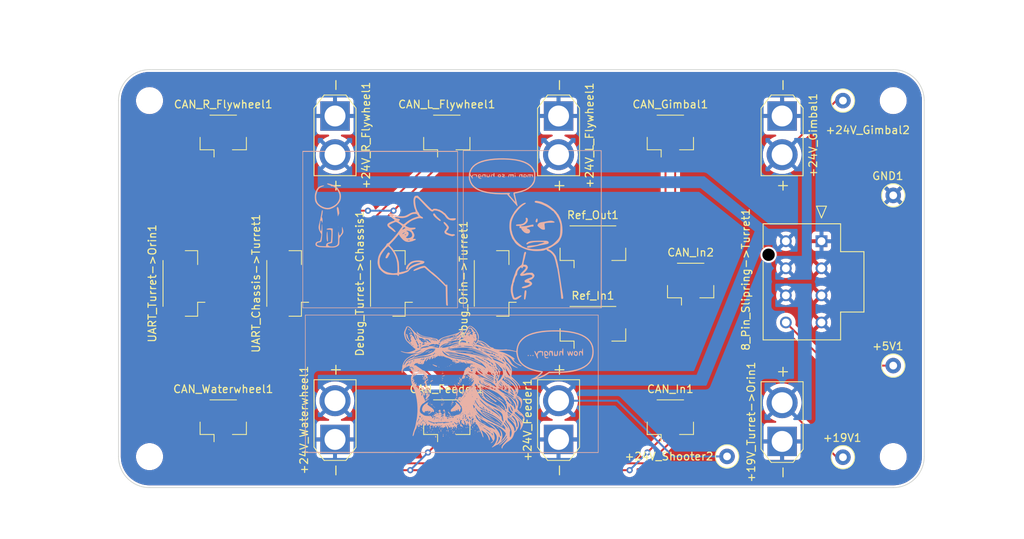
<source format=kicad_pcb>
(kicad_pcb (version 20221018) (generator pcbnew)
  (layers (0 "F.Cu" signal) (31 "B.Cu" signal) (34 "B.Paste" user) (35 "F.Paste" user) (36 "B.SilkS" user "B.Silkscreen") (37 "F.SilkS" user "F.Silkscreen") (38 "B.Mask" user) (39 "F.Mask" user) (44 "Edge.Cuts" user))
  (net 0 "")
  (net 1 "/CANH")
  (net 2 "/CANL")
  (net 3 "GND")
  (net 4 "/UART_TX")
  (net 5 "/UART_RX")
  (net 6 "/SWDIO")
  (net 7 "/SWCLK")
  (net 8 "/+24V_Shooter")
  (net 9 "/+24V_Gimbal")
  (net 10 "/+19V")
  (net 11 "/+5V")
  (net 12 "/Ref_PWR")
  (net 13 "/CANLPitch")
  (net 14 "/CANHPitch")
  (net 15 "/CANLRef")
  (net 16 "/CANHRef")
  (net 17 "/3.3V_Debug")
  (net 18 "/3.3V_UART")
  (footprint "Connector_JST:JST_GH_BM04B-GHS-TBT_1x04-1MP_P1.25mm_Vertical" (layer "F.Cu") (at 75.588888 61.722 90)
    (fp_text reference "Debug_Turret->Chassis1" (at 0 -4 90) (layer "F.SilkS"))
    (fp_text value "Conn_01x04_Pin")
    (pad "1" smd roundrect (at -1.875 1.95 90) (size 0.6 1.7) (layers "F.Cu" "F.Paste" "F.Mask") (net 3 "GND"))
    (pad "2" smd roundrect (at -0.625 1.95 90) (size 0.6 1.7) (layers "F.Cu" "F.Paste" "F.Mask") (net 6 "/SWDIO"))
    (pad "3" smd roundrect (at 0.625 1.95 90) (size 0.6 1.7) (layers "F.Cu" "F.Paste" "F.Mask") (net 7 "/SWCLK"))
    (pad "4" smd roundrect (at 1.875 1.95 90) (size 0.6 1.7) (layers "F.Cu" "F.Paste" "F.Mask") (net 17 "/3.3V_Debug"))
    (pad "MP" smd roundrect (at -3.725 -1.4 90) (size 1 2.8) (layers "F.Cu" "F.Paste" "F.Mask"))
    (pad "MP" smd roundrect (at 3.725 -1.4 90) (size 1 2.8) (layers "F.Cu" "F.Paste" "F.Mask"))
  )
  (footprint "Robomaster_ICs:AMASS_XT30U-F_1x02_P5.0mm_Vertical_copy" (layer "F.Cu") (at 68.3936 40.09 -90)
    (fp_text reference "+24V_R_Flywheel1" (at 2.5 -4 -90) (layer "F.SilkS"))
    (fp_text value "Conn_01x02_Pin")
    (fp_text user "-" (at -4 0 -90) (layer "F.SilkS") (effects (font (size 1.5 1.5))))
    (fp_text user "+" (at 9 0 -90) (layer "F.SilkS") (effects (font (size 1.5 1.5))))
    (pad "1" thru_hole rect (at 0 0 270) (size 3.8 3.8) (drill 2.7) (layers "*.Cu" "*.Mask") (net 3 "GND"))
    (pad "2" thru_hole circle (at 5 0 270) (size 4 4) (drill 2.7) (layers "*.Cu" "*.Mask") (net 8 "/+24V_Shooter"))
  )
  (footprint "Connector_JST:JST_GH_BM04B-GHS-TBT_1x04-1MP_P1.25mm_Vertical" (layer "F.Cu") (at 101.685 56.896)
    (fp_text reference "Ref_Out1" (at 0 -4) (layer "F.SilkS"))
    (fp_text value "Conn_01x04_Pin")
    (pad "1" smd roundrect (at -1.875 1.95) (size 0.6 1.7) (layers "F.Cu" "F.Paste" "F.Mask") (net 3 "GND"))
    (pad "2" smd roundrect (at -0.625 1.95) (size 0.6 1.7) (layers "F.Cu" "F.Paste" "F.Mask") (net 15 "/CANLRef"))
    (pad "3" smd roundrect (at 0.625 1.95) (size 0.6 1.7) (layers "F.Cu" "F.Paste" "F.Mask") (net 16 "/CANHRef"))
    (pad "4" smd roundrect (at 1.875 1.95) (size 0.6 1.7) (layers "F.Cu" "F.Paste" "F.Mask") (net 12 "/Ref_PWR"))
    (pad "MP" smd roundrect (at -3.725 -1.4) (size 1 2.8) (layers "F.Cu" "F.Paste" "F.Mask"))
    (pad "MP" smd roundrect (at 3.725 -1.4) (size 1 2.8) (layers "F.Cu" "F.Paste" "F.Mask"))
  )
  (footprint "Connector_JST:JST_GH_BM04B-GHS-TBT_1x04-1MP_P1.25mm_Vertical" (layer "F.Cu") (at 88.982 61.722 90)
    (fp_text reference "Debug_Orin->Turret1" (at 0 -4 90) (layer "F.SilkS"))
    (fp_text value "Conn_01x04_Pin")
    (pad "1" smd roundrect (at -1.875 1.95 90) (size 0.6 1.7) (layers "F.Cu" "F.Paste" "F.Mask") (net 3 "GND"))
    (pad "2" smd roundrect (at -0.625 1.95 90) (size 0.6 1.7) (layers "F.Cu" "F.Paste" "F.Mask") (net 6 "/SWDIO"))
    (pad "3" smd roundrect (at 0.625 1.95 90) (size 0.6 1.7) (layers "F.Cu" "F.Paste" "F.Mask") (net 7 "/SWCLK"))
    (pad "4" smd roundrect (at 1.875 1.95 90) (size 0.6 1.7) (layers "F.Cu" "F.Paste" "F.Mask") (net 17 "/3.3V_Debug"))
    (pad "MP" smd roundrect (at -3.725 -1.4 90) (size 1 2.8) (layers "F.Cu" "F.Paste" "F.Mask"))
    (pad "MP" smd roundrect (at 3.725 -1.4 90) (size 1 2.8) (layers "F.Cu" "F.Paste" "F.Mask"))
  )
  (footprint "MountingHole:MountingHole_3mm" (layer "F.Cu") (at 44.45 38.1 90)
    (fp_text reference "H1" hide)
    (fp_text value "MountingHole" hide)
    (pad "" np_thru_hole circle (at 0 0 90) (size 3 3) (drill 3) (layers "*.Cu" "*.Mask"))
  )
  (footprint "Connector_JST:JST_GH_BM02B-GHS-TBT_1x02-1MP_P1.25mm_Vertical" (layer "F.Cu") (at 53.965 42.59)
    (fp_text reference "CAN_R_Flywheel1" (at 0 -4) (layer "F.SilkS"))
    (fp_text value "Conn_01x02_Pin")
    (pad "1" smd roundrect (at -0.625 1.95) (size 0.6 1.7) (layers "F.Cu" "F.Paste" "F.Mask") (net 2 "/CANL"))
    (pad "2" smd roundrect (at 0.625 1.95) (size 0.6 1.7) (layers "F.Cu" "F.Paste" "F.Mask") (net 1 "/CANH"))
    (pad "MP" smd roundrect (at -2.475 -1.4) (size 1 2.8) (layers "F.Cu" "F.Paste" "F.Mask"))
    (pad "MP" smd roundrect (at 2.475 -1.4) (size 1 2.8) (layers "F.Cu" "F.Paste" "F.Mask"))
  )
  (footprint "Connector_JST:JST_GH_BM02B-GHS-TBT_1x02-1MP_P1.25mm_Vertical" (layer "F.Cu") (at 53.965 79.377)
    (fp_text reference "CAN_Waterwheel1" (at 0 -4) (layer "F.SilkS"))
    (fp_text value "Conn_01x02_Pin")
    (pad "1" smd roundrect (at -0.625 1.95) (size 0.6 1.7) (layers "F.Cu" "F.Paste" "F.Mask") (net 2 "/CANL"))
    (pad "2" smd roundrect (at 0.625 1.95) (size 0.6 1.7) (layers "F.Cu" "F.Paste" "F.Mask") (net 1 "/CANH"))
    (pad "MP" smd roundrect (at -2.475 -1.4) (size 1 2.8) (layers "F.Cu" "F.Paste" "F.Mask"))
    (pad "MP" smd roundrect (at 2.475 -1.4) (size 1 2.8) (layers "F.Cu" "F.Paste" "F.Mask"))
  )
  (footprint "Robomaster_ICs:AMASS_XT30U-F_1x02_P5.0mm_Vertical_copy" (layer "F.Cu") (at 126.108 40.09 -90)
    (fp_text reference "+24V_Gimbal1" (at 2.5 -4 -90) (layer "F.SilkS"))
    (fp_text value "Conn_01x02_Pin")
    (fp_text user "-" (at -4 0 -90) (layer "F.SilkS") (effects (font (size 1.5 1.5))))
    (fp_text user "+" (at 9 0 -90) (layer "F.SilkS") (effects (font (size 1.5 1.5))))
    (pad "1" thru_hole rect (at 0 0 270) (size 3.8 3.8) (drill 2.7) (layers "*.Cu" "*.Mask") (net 3 "GND"))
    (pad "2" thru_hole circle (at 5 0 270) (size 4 4) (drill 2.7) (layers "*.Cu" "*.Mask") (net 9 "/+24V_Gimbal"))
  )
  (footprint "TestPoint:TestPoint_Loop_D1.80mm_Drill1.0mm_Beaded" (layer "F.Cu") (at 133.9596 38.1 180)
    (fp_text reference "+24V_Gimbal2" (at -3.2004 -3.81) (layer "F.SilkS"))
    (fp_text value "TestPoint")
    (pad "1" thru_hole circle (at 0 0 180) (size 2 2) (drill 1) (layers "*.Cu" "*.Mask") (net 9 "/+24V_Gimbal"))
  )
  (footprint "Robomaster_ICs:AMASS_XT30U-F_1x02_P5.0mm_Vertical_copy" (layer "F.Cu") (at 97.2508 40.09 -90)
    (fp_text reference "+24V_L_Flywheel1" (at 2.5 -4 -90) (layer "F.SilkS"))
    (fp_text value "Conn_01x02_Pin")
    (fp_text user "-" (at -4 0 -90) (layer "F.SilkS") (effects (font (size 1.5 1.5))))
    (fp_text user "+" (at 9 0 -90) (layer "F.SilkS") (effects (font (size 1.5 1.5))))
    (pad "1" thru_hole rect (at 0 0 270) (size 3.8 3.8) (drill 2.7) (layers "*.Cu" "*.Mask") (net 3 "GND"))
    (pad "2" thru_hole circle (at 5 0 270) (size 4 4) (drill 2.7) (layers "*.Cu" "*.Mask") (net 8 "/+24V_Shooter"))
  )
  (footprint "Connector_JST:JST_GH_BM02B-GHS-TBT_1x02-1MP_P1.25mm_Vertical" (layer "F.Cu") (at 111.6794 42.59)
    (fp_text reference "CAN_Gimbal1" (at 0 -4) (layer "F.SilkS"))
    (fp_text value "Conn_01x02_Pin")
    (pad "1" smd roundrect (at -0.625 1.95) (size 0.6 1.7) (layers "F.Cu" "F.Paste" "F.Mask") (net 13 "/CANLPitch"))
    (pad "2" smd roundrect (at 0.625 1.95) (size 0.6 1.7) (layers "F.Cu" "F.Paste" "F.Mask") (net 14 "/CANHPitch"))
    (pad "MP" smd roundrect (at -2.475 -1.4) (size 1 2.8) (layers "F.Cu" "F.Paste" "F.Mask"))
    (pad "MP" smd roundrect (at 2.475 -1.4) (size 1 2.8) (layers "F.Cu" "F.Paste" "F.Mask"))
  )
  (footprint "Connector_JST:JST_GH_BM02B-GHS-TBT_1x02-1MP_P1.25mm_Vertical" (layer "F.Cu") (at 82.8222 79.377)
    (fp_text reference "CAN_Feeder1" (at 0 -4) (layer "F.SilkS"))
    (fp_text value "Conn_01x02_Pin")
    (pad "1" smd roundrect (at -0.625 1.95) (size 0.6 1.7) (layers "F.Cu" "F.Paste" "F.Mask") (net 2 "/CANL"))
    (pad "2" smd roundrect (at 0.625 1.95) (size 0.6 1.7) (layers "F.Cu" "F.Paste" "F.Mask") (net 1 "/CANH"))
    (pad "MP" smd roundrect (at -2.475 -1.4) (size 1 2.8) (layers "F.Cu" "F.Paste" "F.Mask"))
    (pad "MP" smd roundrect (at 2.475 -1.4) (size 1 2.8) (layers "F.Cu" "F.Paste" "F.Mask"))
  )
  (footprint "TestPoint:TestPoint_Loop_D1.80mm_Drill1.0mm_Beaded" (layer "F.Cu") (at 118.999 84.074 180)
    (fp_text reference "+24V_Shooter2" (at 7.493 0) (layer "F.SilkS"))
    (fp_text value "TestPoint")
    (pad "1" thru_hole circle (at 0 0 180) (size 2 2) (drill 1) (layers "*.Cu" "*.Mask") (net 8 "/+24V_Shooter"))
  )
  (footprint "MountingHole:MountingHole_3mm" (layer "F.Cu") (at 140.45 38.1 90)
    (fp_text reference "H4" hide)
    (fp_text value "MountingHole" hide)
    (pad "" np_thru_hole circle (at 0 0 90) (size 3 3) (drill 3) (layers "*.Cu" "*.Mask"))
  )
  (footprint "MountingHole:MountingHole_3mm" (layer "F.Cu") (at 140.45 84.1 90)
    (fp_text reference "H3" hide)
    (fp_text value "MountingHole" hide)
    (pad "" np_thru_hole circle (at 0 0 90) (size 3 3) (drill 3) (layers "*.Cu" "*.Mask"))
  )
  (footprint "Connector_JST:JST_GH_BM02B-GHS-TBT_1x02-1MP_P1.25mm_Vertical" (layer "F.Cu") (at 114.3 61.722)
    (fp_text reference "CAN_In2" (at 0 -4) (layer "F.SilkS"))
    (fp_text value "Conn_01x02_Pin")
    (pad "1" smd roundrect (at -0.625 1.95) (size 0.6 1.7) (layers "F.Cu" "F.Paste" "F.Mask") (net 13 "/CANLPitch"))
    (pad "2" smd roundrect (at 0.625 1.95) (size 0.6 1.7) (layers "F.Cu" "F.Paste" "F.Mask") (net 14 "/CANHPitch"))
    (pad "MP" smd roundrect (at -2.475 -1.4) (size 1 2.8) (layers "F.Cu" "F.Paste" "F.Mask"))
    (pad "MP" smd roundrect (at 2.475 -1.4) (size 1 2.8) (layers "F.Cu" "F.Paste" "F.Mask"))
  )
  (footprint "TestPoint:TestPoint_Loop_D1.80mm_Drill1.0mm_Beaded" (layer "F.Cu") (at 133.9596 84.1756 180)
    (fp_text reference "+19V1" (at 0.1016 2.5) (layer "F.SilkS"))
    (fp_text value "TestPoint")
    (pad "1" thru_hole circle (at 0 0 180) (size 2 2) (drill 1) (layers "*.Cu" "*.Mask") (net 10 "/+19V"))
  )
  (footprint "Robomaster_ICs:AMASS_XT30U-F_1x02_P5.0mm_Vertical_copy" (layer "F.Cu") (at 126.108 82.134 90)
    (fp_text reference "+19V_Turret->Orin1" (at 2.5 -4 90) (layer "F.SilkS"))
    (fp_text value "Conn_01x02_Pin")
    (fp_text user "+" (at 9 0 90) (layer "F.SilkS") (effects (font (size 1.5 1.5))))
    (fp_text user "-" (at -4 0 90) (layer "F.SilkS") (effects (font (size 1.5 1.5))))
    (pad "1" thru_hole rect (at 0 0 90) (size 3.8 3.8) (drill 2.7) (layers "*.Cu" "*.Mask") (net 3 "GND"))
    (pad "2" thru_hole circle (at 5 0 90) (size 4 4) (drill 2.7) (layers "*.Cu" "*.Mask") (net 10 "/+19V"))
  )
  (footprint "Robomaster_ICs:AMASS_XT30U-F_1x02_P5.0mm_Vertical_copy" (layer "F.Cu") (at 68.3936 81.877 90)
    (fp_text reference "+24V_Waterwheel1" (at 2.5 -4 90) (layer "F.SilkS"))
    (fp_text value "Conn_01x02_Pin")
    (fp_text user "+" (at 9 0 90) (layer "F.SilkS") (effects (font (size 1.5 1.5))))
    (fp_text user "-" (at -4 0 90) (layer "F.SilkS") (effects (font (size 1.5 1.5))))
    (pad "1" thru_hole rect (at 0 0 90) (size 3.8 3.8) (drill 2.7) (layers "*.Cu" "*.Mask") (net 3 "GND"))
    (pad "2" thru_hole circle (at 5 0 90) (size 4 4) (drill 2.7) (layers "*.Cu" "*.Mask") (net 8 "/+24V_Shooter"))
  )
  (footprint "TestPoint:TestPoint_Loop_D1.80mm_Drill1.0mm_Beaded" (layer "F.Cu") (at 140.45 72.3392 180)
    (fp_text reference "+5V1" (at 0.7 2.5) (layer "F.SilkS"))
    (fp_text value "TestPoint")
    (pad "1" thru_hole circle (at 0 0 180) (size 2 2) (drill 1) (layers "*.Cu" "*.Mask") (net 11 "/+5V"))
  )
  (footprint "ICs:CON_1722981108_MOL" (layer "F.Cu") (at 131.188 56.266 -90)
    (fp_text reference "8_Pin_Slipring->Turret1" (at 4.948 9.776 90 unlocked) (layer "F.SilkS"))
    (fp_text value "Conn_01x08_Pin")
    (pad "" np_thru_hole circle (at 1.749996 6.829999 270) (size 1.6 1.6) (drill 1.6) (layers))
    (pad "1" thru_hole rect (at 0 0 270) (size 1.52 1.52) (drill 1.02) (layers "*.Cu" "*.Mask") (net 3 "GND"))
    (pad "2" thru_hole circle (at 3.500001 0 270) (size 1.52 1.52) (drill 1.016) (layers "*.Cu" "*.Mask") (net 3 "GND"))
    (pad "3" thru_hole circle (at 7.000001 0 270) (size 1.52 1.52) (drill 1.016) (layers "*.Cu" "*.Mask") (net 3 "GND"))
    (pad "4" thru_hole circle (at 10.500002 0 270) (size 1.52 1.52) (drill 1.016) (layers "*.Cu" "*.Mask") (net 3 "GND"))
    (pad "5" thru_hole circle (at 0 4.600001 270) (size 1.52 1.52) (drill 1.016) (layers "*.Cu" "*.Mask") (net 8 "/+24V_Shooter"))
    (pad "6" thru_hole circle (at 3.500001 4.600001 270) (size 1.52 1.52) (drill 1.016) (layers "*.Cu" "*.Mask") (net 9 "/+24V_Gimbal"))
    (pad "7" thru_hole circle (at 7.000001 4.600001 270) (size 1.52 1.52) (drill 1.016) (layers "*.Cu" "*.Mask") (net 10 "/+19V"))
    (pad "8" thru_hole circle (at 10.500002 4.600001 270) (size 1.52 1.52) (drill 1.016) (layers "*.Cu" "*.Mask") (net 11 "/+5V"))
  )
  (footprint "Connector_JST:JST_GH_BM04B-GHS-TBT_1x04-1MP_P1.25mm_Vertical" (layer "F.Cu") (at 62.195778 61.722 90)
    (fp_text reference "UART_Chassis->Turret1" (at 0 -4 90) (layer "F.SilkS"))
    (fp_text value "Conn_01x04_Pin")
    (pad "1" smd roundrect (at -1.875 1.95 90) (size 0.6 1.7) (layers "F.Cu" "F.Paste" "F.Mask") (net 3 "GND"))
    (pad "2" smd roundrect (at -0.625 1.95 90) (size 0.6 1.7) (layers "F.Cu" "F.Paste" "F.Mask") (net 4 "/UART_TX"))
    (pad "3" smd roundrect (at 0.625 1.95 90) (size 0.6 1.7) (layers "F.Cu" "F.Paste" "F.Mask") (net 5 "/UART_RX"))
    (pad "4" smd roundrect (at 1.875 1.95 90) (size 0.6 1.7) (layers "F.Cu" "F.Paste" "F.Mask") (net 18 "/3.3V_UART"))
    (pad "MP" smd roundrect (at -3.725 -1.4 90) (size 1 2.8) (layers "F.Cu" "F.Paste" "F.Mask"))
    (pad "MP" smd roundrect (at 3.725 -1.4 90) (size 1 2.8) (layers "F.Cu" "F.Paste" "F.Mask"))
  )
  (footprint "Connector_JST:JST_GH_BM04B-GHS-TBT_1x04-1MP_P1.25mm_Vertical" (layer "F.Cu") (at 48.802668 61.722 90)
    (fp_text reference "UART_Turret->Orin1" (at 0 -4 90) (layer "F.SilkS"))
    (fp_text value "Conn_01x04_Pin")
    (pad "1" smd roundrect (at -1.875 1.95 90) (size 0.6 1.7) (layers "F.Cu" "F.Paste" "F.Mask") (net 3 "GND"))
    (pad "2" smd roundrect (at -0.625 1.95 90) (size 0.6 1.7) (layers "F.Cu" "F.Paste" "F.Mask") (net 4 "/UART_TX"))
    (pad "3" smd roundrect (at 0.625 1.95 90) (size 0.6 1.7) (layers "F.Cu" "F.Paste" "F.Mask") (net 5 "/UART_RX"))
    (pad "4" smd roundrect (at 1.875 1.95 90) (size 0.6 1.7) (layers "F.Cu" "F.Paste" "F.Mask") (net 18 "/3.3V_UART"))
    (pad "MP" smd roundrect (at -3.725 -1.4 90) (size 1 2.8) (layers "F.Cu" "F.Paste" "F.Mask"))
    (pad "MP" smd roundrect (at 3.725 -1.4 90) (size 1 2.8) (layers "F.Cu" "F.Paste" "F.Mask"))
  )
  (footprint "Robomaster_ICs:AMASS_XT30U-F_1x02_P5.0mm_Vertical_copy" (layer "F.Cu") (at 97.2508 81.877 90)
    (fp_text reference "+24V_Feeder1" (at 2.5 -4 90) (layer "F.SilkS"))
    (fp_text value "Conn_01x02_Pin")
    (fp_text user "+" (at 9 0 90) (layer "F.SilkS") (effects (font (size 1.5 1.5))))
    (fp_text user "-" (at -4 0 90) (layer "F.SilkS") (effects (font (size 1.5 1.5))))
    (pad "1" thru_hole rect (at 0 0 90) (size 3.8 3.8) (drill 2.7) (layers "*.Cu" "*.Mask") (net 3 "GND"))
    (pad "2" thru_hole circle (at 5 0 90) (size 4 4) (drill 2.7) (layers "*.Cu" "*.Mask") (net 8 "/+24V_Shooter"))
  )
  (footprint "Connector_JST:JST_GH_BM02B-GHS-TBT_1x02-1MP_P1.25mm_Vertical" (layer "F.Cu") (at 111.6794 79.377)
    (fp_text reference "CAN_In1" (at 0 -4) (layer "F.SilkS"))
    (fp_text value "Conn_01x02_Pin")
    (pad "1" smd roundrect (at -0.625 1.95) (size 0.6 1.7) (layers "F.Cu" "F.Paste" "F.Mask") (net 2 "/CANL"))
    (pad "2" smd roundrect (at 0.625 1.95) (size 0.6 1.7) (layers "F.Cu" "F.Paste" "F.Mask") (net 1 "/CANH"))
    (pad "MP" smd roundrect (at -2.475 -1.4) (size 1 2.8) (layers "F.Cu" "F.Paste" "F.Mask"))
    (pad "MP" smd roundrect (at 2.475 -1.4) (size 1 2.8) (layers "F.Cu" "F.Paste" "F.Mask"))
  )
  (footprint "Connector_JST:JST_GH_BM02B-GHS-TBT_1x02-1MP_P1.25mm_Vertical" (layer "F.Cu") (at 82.8222 42.59)
    (fp_text reference "CAN_L_Flywheel1" (at 0 -4) (layer "F.SilkS"))
    (fp_text value "Conn_01x02_Pin")
    (pad "1" smd roundrect (at -0.625 1.95) (size 0.6 1.7) (layers "F.Cu" "F.Paste" "F.Mask") (net 2 "/CANL"))
    (pad "2" smd roundrect (at 0.625 1.95) (size 0.6 1.7) (layers "F.Cu" "F.Paste" "F.Mask") (net 1 "/CANH"))
    (pad "MP" smd roundrect (at -2.475 -1.4) (size 1 2.8) (layers "F.Cu" "F.Paste" "F.Mask"))
    (pad "MP" smd roundrect (at 2.475 -1.4) (size 1 2.8) (layers "F.Cu" "F.Paste" "F.Mask"))
  )
  (footprint "MountingHole:MountingHole_3mm" (layer "F.Cu") (at 44.45 84.1 90)
    (fp_text reference "H2" hide)
    (fp_text value "MountingHole" hide)
    (pad "" np_thru_hole circle (at 0 0 90) (size 3 3) (drill 3) (layers "*.Cu" "*.Mask"))
  )
  (footprint "Connector_JST:JST_GH_BM04B-GHS-TBT_1x04-1MP_P1.25mm_Vertical" (layer "F.Cu") (at 101.685 67.31)
    (fp_text reference "Ref_In1" (at 0 -4) (layer "F.SilkS"))
    (fp_text value "Conn_01x04_Pin")
    (pad "1" smd roundrect (at -1.875 1.95) (size 0.6 1.7) (layers "F.Cu" "F.Paste" "F.Mask") (net 3 "GND"))
    (pad "2" smd roundrect (at -0.625 1.95) (size 0.6 1.7) (layers "F.Cu" "F.Paste" "F.Mask") (net 15 "/CANLRef"))
    (pad "3" smd roundrect (at 0.625 1.95) (size 0.6 1.7) (layers "F.Cu" "F.Paste" "F.Mask") (net 16 "/CANHRef"))
    (pad "4" smd roundrect (at 1.875 1.95) (size 0.6 1.7) (layers "F.Cu" "F.Paste" "F.Mask") (net 12 "/Ref_PWR"))
    (pad "MP" smd roundrect (at -3.725 -1.4) (size 1 2.8) (layers "F.Cu" "F.Paste" "F.Mask"))
    (pad "MP" smd roundrect (at 3.725 -1.4) (size 1 2.8) (layers "F.Cu" "F.Paste" "F.Mask"))
  )
  (footprint "TestPoint:TestPoint_Loop_D1.80mm_Drill1.0mm_Beaded" (layer "F.Cu") (at 140.45 50.3428 180)
    (fp_text reference "GND1" (at 0.7 2.5) (layer "F.SilkS"))
    (fp_text value "TestPoint")
    (pad "1" thru_hole circle (at 0 0 180) (size 2 2) (drill 1) (layers "*.Cu" "*.Mask") (net 3 "GND"))
  )
  (footprint "LOGO" (layer "B.Cu") (at 83.566 64.262 180)
    (fp_text reference "G***" hide)
    (fp_text value "LOGO" hide)
  )
  (gr_line (start 40.45 84.1) (end 40.45 38.1) (stroke (width 0.1)) (layer "Edge.Cuts"))
  (gr_line (start 144.45 38.1) (end 144.45 84.1) (stroke (width 0.1)) (layer "Edge.Cuts"))
  (gr_arc (start 40.45 38.1) (mid 41.621573 35.271573) (end 44.45 34.1) (stroke (width 0.1)) (layer "Edge.Cuts"))
  (gr_line (start 140.45 88.1) (end 44.45 88.1) (stroke (width 0.1)) (layer "Edge.Cuts"))
  (gr_line (start 44.45 34.1) (end 140.45 34.1) (stroke (width 0.1)) (layer "Edge.Cuts"))
  (gr_arc (start 144.45 84.1) (mid 143.278427 86.928427) (end 140.45 88.1) (stroke (width 0.1)) (layer "Edge.Cuts"))
  (gr_arc (start 44.45 88.1) (mid 41.621573 86.928427) (end 40.45 84.1) (stroke (width 0.1)) (layer "Edge.Cuts"))
  (gr_arc (start 140.45 34.1) (mid 143.278427 35.271573) (end 144.45 38.1) (stroke (width 0.1)) (layer "Edge.Cuts"))
  (segment (start 75.946 52.324) (end 71.12 57.15) (width 0.25) (layer "F.Cu") (net 1))
  (segment (start 112.3044 81.598751) (end 108.940151 84.963) (width 0.25) (layer "F.Cu") (net 1))
  (segment (start 71.12 57.15) (end 71.12 67.056) (width 0.25) (layer "F.Cu") (net 1))
  (segment (start 54.59 44.684) (end 62.23 52.324) (width 0.25) (layer "F.Cu") (net 1))
  (segment (start 83.4472 44.8228) (end 83.4472 44.54) (width 0.25) (layer "F.Cu") (net 1))
  (segment (start 75.946 52.324) (end 83.4472 44.8228) (width 0.25) (layer "F.Cu") (net 1))
  (segment (start 58.226 84.963) (end 86.868 84.963) (width 0.25) (layer "F.Cu") (net 1))
  (segment (start 83.4472 81.5422) (end 83.4472 81.327) (width 0.25) (layer "F.Cu") (net 1))
  (segment (start 112.3044 81.327) (end 112.3044 81.598751) (width 0.25) (layer "F.Cu") (net 1))
  (segment (start 54.59 44.54) (end 54.59 44.684) (width 0.25) (layer "F.Cu") (net 1))
  (segment (start 73.914 69.85) (end 76.962 69.85) (width 0.25) (layer "F.Cu") (net 1))
  (segment (start 83.4472 76.3352) (end 83.4472 81.327) (width 0.25) (layer "F.Cu") (net 1))
  (segment (start 71.12 67.056) (end 73.914 69.85) (width 0.25) (layer "F.Cu") (net 1))
  (segment (start 83.439 44.5482) (end 83.4472 44.54) (width 0.25) (layer "F.Cu") (net 1))
  (segment (start 62.23 52.324) (end 72.644 52.324) (width 0.25) (layer "F.Cu") (net 1))
  (segment (start 86.868 84.963) (end 85.09 83.185) (width 0.25) (layer "F.Cu") (net 1))
  (segment (start 76.962 69.85) (end 83.4472 76.3352) (width 0.25) (layer "F.Cu") (net 1))
  (segment (start 108.940151 84.963) (end 86.868 84.963) (width 0.25) (layer "F.Cu") (net 1))
  (segment (start 85.09 83.185) (end 83.4472 81.5422) (width 0.25) (layer "F.Cu") (net 1))
  (segment (start 54.59 81.327) (end 58.226 84.963) (width 0.25) (layer "F.Cu") (net 1))
  (via (at 72.644 52.324) (size 0.8) (drill 0.4) (layers "F.Cu" "B.Cu") (net 1))
  (via (at 75.946 52.324) (size 0.8) (drill 0.4) (layers "F.Cu" "B.Cu") (net 1))
  (segment (start 72.644 52.324) (end 75.946 52.324) (width 0.25) (layer "B.Cu") (net 1))
  (segment (start 70.104 56.642) (end 73.3972 53.3488) (width 0.25) (layer "F.Cu") (net 2))
  (segment (start 82.1972 77.1172) (end 76.2 71.12) (width 0.25) (layer "F.Cu") (net 2))
  (segment (start 108.712 83.566) (end 110.951 81.327) (width 0.25) (layer "F.Cu") (net 2))
  (segment (start 53.34 81.327) (end 53.34 81.598751) (width 0.25) (layer "F.Cu") (net 2))
  (segment (start 82.1972 44.54) (end 73.3972 53.34) (width 0.25) (layer "F.Cu") (net 2))
  (segment (start 73.3972 53.3488) (end 73.3972 53.34) (width 0.25) (layer "F.Cu") (net 2))
  (segment (start 78.105 85.852) (end 106.426 85.852) (width 0.25) (layer "F.Cu") (net 2))
  (segment (start 53.34 81.598751) (end 57.593249 85.852) (width 0.25) (layer "F.Cu") (net 2))
  (segment (start 80.391 83.566) (end 82.1972 81.7598) (width 0.25) (layer "F.Cu") (net 2))
  (segment (start 73.66 71.12) (end 70.104 67.564) (width 0.25) (layer "F.Cu") (net 2))
  (segment (start 70.104 67.564) (end 70.104 56.642) (width 0.25) (layer "F.Cu") (net 2))
  (segment (start 82.1972 81.327) (end 82.1972 77.1172) (width 0.25) (layer "F.Cu") (net 2))
  (segment (start 82.1972 81.7598) (end 82.1972 81.327) (width 0.25) (layer "F.Cu") (net 2))
  (segment (start 57.593249 85.852) (end 78.105 85.852) (width 0.25) (layer "F.Cu") (net 2))
  (segment (start 73.3972 53.34) (end 61.868249 53.34) (width 0.25) (layer "F.Cu") (net 2))
  (segment (start 110.951 81.327) (end 111.0544 81.327) (width 0.25) (layer "F.Cu") (net 2))
  (segment (start 53.34 44.811751) (end 53.34 44.54) (width 0.25) (layer "F.Cu") (net 2))
  (segment (start 61.868249 53.34) (end 53.34 44.811751) (width 0.25) (layer "F.Cu") (net 2))
  (segment (start 76.2 71.12) (end 73.66 71.12) (width 0.25) (layer "F.Cu") (net 2))
  (via (at 80.391 83.566) (size 0.8) (drill 0.4) (layers "F.Cu" "B.Cu") (net 2))
  (via (at 108.712 83.566) (size 0.8) (drill 0.4) (layers "F.Cu" "B.Cu") (net 2))
  (via (at 78.105 85.852) (size 0.8) (drill 0.4) (layers "F.Cu" "B.Cu") (net 2))
  (via (at 106.426 85.852) (size 0.8) (drill 0.4) (layers "F.Cu" "B.Cu") (net 2))
  (segment (start 106.426 85.852) (end 108.712 83.566) (width 0.25) (layer "B.Cu") (net 2))
  (segment (start 78.105 85.852) (end 80.391 83.566) (width 0.25) (layer "B.Cu") (net 2))
  (segment (start 64.145778 62.347) (end 50.752668 62.347) (width 0.25) (layer "F.Cu") (net 4))
  (segment (start 50.752668 61.097) (end 64.145778 61.097) (width 0.25) (layer "F.Cu") (net 5))
  (segment (start 77.538888 62.347) (end 90.932 62.347) (width 0.25) (layer "F.Cu") (net 6))
  (segment (start 77.538888 61.097) (end 90.932 61.097) (width 0.25) (layer "F.Cu") (net 7))
  (segment (start 97.2508 76.877) (end 104.817 76.877) (width 0.25) (layer "B.Cu") (net 8))
  (segment (start 112.014 84.074) (end 118.999 84.074) (width 0.25) (layer "B.Cu") (net 8))
  (segment (start 104.817 76.877) (end 112.014 84.074) (width 0.25) (layer "B.Cu") (net 8))
  (segment (start 133.098 38.1) (end 133.9596 38.1) (width 0.25) (layer "F.Cu") (net 9))
  (segment (start 126.108 45.09) (end 133.098 38.1) (width 0.25) (layer "F.Cu") (net 9))
  (segment (start 133.1496 84.1756) (end 133.9596 84.1756) (width 0.25) (layer "F.Cu") (net 10))
  (segment (start 126.108 77.134) (end 133.1496 84.1756) (width 0.25) (layer "F.Cu") (net 10))
  (segment (start 126.587999 66.766002) (end 132.161197 72.3392) (width 0.25) (layer "F.Cu") (net 11))
  (segment (start 132.161197 72.3392) (end 140.45 72.3392) (width 0.25) (layer "F.Cu") (net 11))
  (segment (start 103.56 58.846) (end 103.56 69.26) (width 0.5) (layer "F.Cu") (net 12))
  (segment (start 111.0544 44.54) (end 111.0544 51.1104) (width 0.25) (layer "F.Cu") (net 13))
  (segment (start 113.675 53.731) (end 113.675 63.672) (width 0.25) (layer "F.Cu") (net 13))
  (segment (start 111.0544 51.1104) (end 113.675 53.731) (width 0.25) (layer "F.Cu") (net 13))
  (segment (start 110.998 44.5964) (end 111.0544 44.54) (width 0.25) (layer "F.Cu") (net 13))
  (segment (start 114.808 63.555) (end 114.925 63.672) (width 0.25) (layer "F.Cu") (net 14))
  (segment (start 114.808 52.832) (end 114.808 63.555) (width 0.25) (layer "F.Cu") (net 14))
  (segment (start 112.3044 50.3284) (end 114.808 52.832) (width 0.25) (layer "F.Cu") (net 14))
  (segment (start 112.3044 44.54) (end 112.3044 50.3284) (width 0.25) (layer "F.Cu") (net 14))
  (segment (start 101.06 58.846) (end 101.06 69.26) (width 0.25) (layer "F.Cu") (net 15))
  (segment (start 102.31 58.846) (end 102.31 69.26) (width 0.25) (layer "F.Cu") (net 16))
  (segment (start 77.538888 59.847) (end 90.932 59.847) (width 0.5) (layer "F.Cu") (net 17))
  (segment (start 50.752668 59.847) (end 64.145778 59.847) (width 0.5) (layer "F.Cu") (net 18))
  (zone (net 3) (net_name "GND") (layers "F&B.Cu") (connect_pads (clearance 0.5)) (min_thickness 0.25) (fill yes (thermal_gap 0.5) (thermal_bridge_width 0.5))
    (polygon (pts (xy 40.386 34.036) (xy 144.526 34.036) (xy 144.526 88.138) (xy 40.386 88.138)))
  )
  (zone (net 8) (net_name "/+24V_Shooter") (layer "B.Cu") (priority 4) (connect_pads (clearance 0.5)) (min_thickness 0.25) (fill yes (thermal_gap 0.5) (thermal_bridge_width 0.5))
    (polygon (pts (xy 123.698 54.991) (xy 122.555 54.991) (xy 115.062 73.533) (xy 66.167 73.533) (xy 66.167 78.994) (xy 70.612 78.994) (xy 70.612 74.93) (xy 94.996 74.93) (xy 94.996 78.994) (xy 99.441 78.994) (xy 99.441 74.93) (xy 116.332 74.93) (xy 123.698 56.769)))
  )
  (zone (net 9) (net_name "/+24V_Gimbal") (layer "B.Cu") (priority 3) (connect_pads (clearance 0.5)) (min_thickness 0.25) (fill yes (thermal_gap 0.5) (thermal_bridge_width 0.5))
    (polygon (pts (xy 125.222 58.166) (xy 125.222 61.2394) (xy 129.921 61.2394) (xy 129.921 42.926) (xy 123.952 42.926) (xy 123.952 47.244) (xy 128.651 47.244) (xy 128.651 58.166)))
  )
  (zone (net 3) (net_name "GND") (layer "B.Cu") (connect_pads (clearance 0.5)) (min_thickness 0.25) (fill yes (thermal_gap 0.5) (thermal_bridge_width 0.5))
    (polygon (pts (xy 40.386 34.036) (xy 144.526 34.036) (xy 144.526 88.138) (xy 40.386 88.138)))
  )
  (zone (net 8) (net_name "/+24V_Shooter") (layer "B.Cu") (priority 2) (connect_pads (clearance 0.5)) (min_thickness 0.25) (fill yes (thermal_gap 0.5) (thermal_bridge_width 0.5))
    (polygon (pts (xy 128.1176 54.6608) (xy 128.1176 57.6326) (xy 124.8664 57.6326) (xy 124.8664 56.769) (xy 122.555 56.769) (xy 122.555 54.991) (xy 115.57 49.403) (xy 66.167 49.403) (xy 66.167 42.926) (xy 70.612 42.926) (xy 70.612 47.879) (xy 94.996 47.879) (xy 94.996 42.926) (xy 99.441 42.926) (xy 99.441 47.879) (xy 116.078 47.879) (xy 124.3584 54.6608)))
  )
  (zone (net 10) (net_name "/+19V") (layer "B.Cu") (priority 1) (connect_pads (clearance 0.5)) (min_thickness 0.25) (fill yes (thermal_gap 0.5) (thermal_bridge_width 0.5))
    (polygon (pts (xy 125.222 61.722) (xy 125.222 64.77) (xy 128.143 64.77) (xy 128.143 74.549) (xy 123.825 74.549) (xy 123.825 79.375) (xy 129.921 79.375) (xy 129.921 61.722)))
  )
)
</source>
